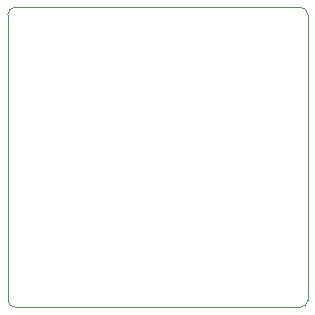
<source format=gbr>
G04 #@! TF.GenerationSoftware,KiCad,Pcbnew,(5.1.5)-3*
G04 #@! TF.CreationDate,2020-04-12T20:05:31+01:00*
G04 #@! TF.ProjectId,LM317 regulator breakout board,4c4d3331-3720-4726-9567-756c61746f72,rev?*
G04 #@! TF.SameCoordinates,Original*
G04 #@! TF.FileFunction,Profile,NP*
%FSLAX46Y46*%
G04 Gerber Fmt 4.6, Leading zero omitted, Abs format (unit mm)*
G04 Created by KiCad (PCBNEW (5.1.5)-3) date 2020-04-12 20:05:31*
%MOMM*%
%LPD*%
G04 APERTURE LIST*
%ADD10C,0.050000*%
G04 APERTURE END LIST*
D10*
X149860000Y-118745000D02*
X173990000Y-118745000D01*
X174625000Y-93980000D02*
X174625000Y-118110000D01*
X149860000Y-93345000D02*
X173990000Y-93345000D01*
X149225000Y-118110000D02*
X149225000Y-93980000D01*
X149225000Y-93980000D02*
G75*
G02X149860000Y-93345000I635000J0D01*
G01*
X173990000Y-93345000D02*
G75*
G02X174625000Y-93980000I0J-635000D01*
G01*
X174625000Y-118110000D02*
G75*
G02X173990000Y-118745000I-635000J0D01*
G01*
X149860000Y-118745000D02*
G75*
G02X149225000Y-118110000I0J635000D01*
G01*
M02*

</source>
